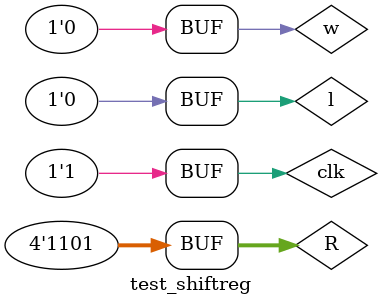
<source format=v>
`timescale 1ns / 1ps


module test_shiftreg;

	// Inputs
	reg [3:0] R;
	reg l;
	reg w;
	reg clk;

	// Outputs
	wire [3:0] Q;

	// Instantiate the Unit Under Test (UUT)
	shiftreg uut (
		.R(R), 
		.l(l), 
		.w(w), 
		.clk(clk), 
		.Q(Q)
	);

	initial begin
		// Initialize Inputs
		R = 1101;
		l = 0;
		w = 0;
		clk = 0;

		// Wait 100 ns for global reset to finish
		#100;
        clk = ~clk;
		// Add stimulus here

	end
      
endmodule
</source>
